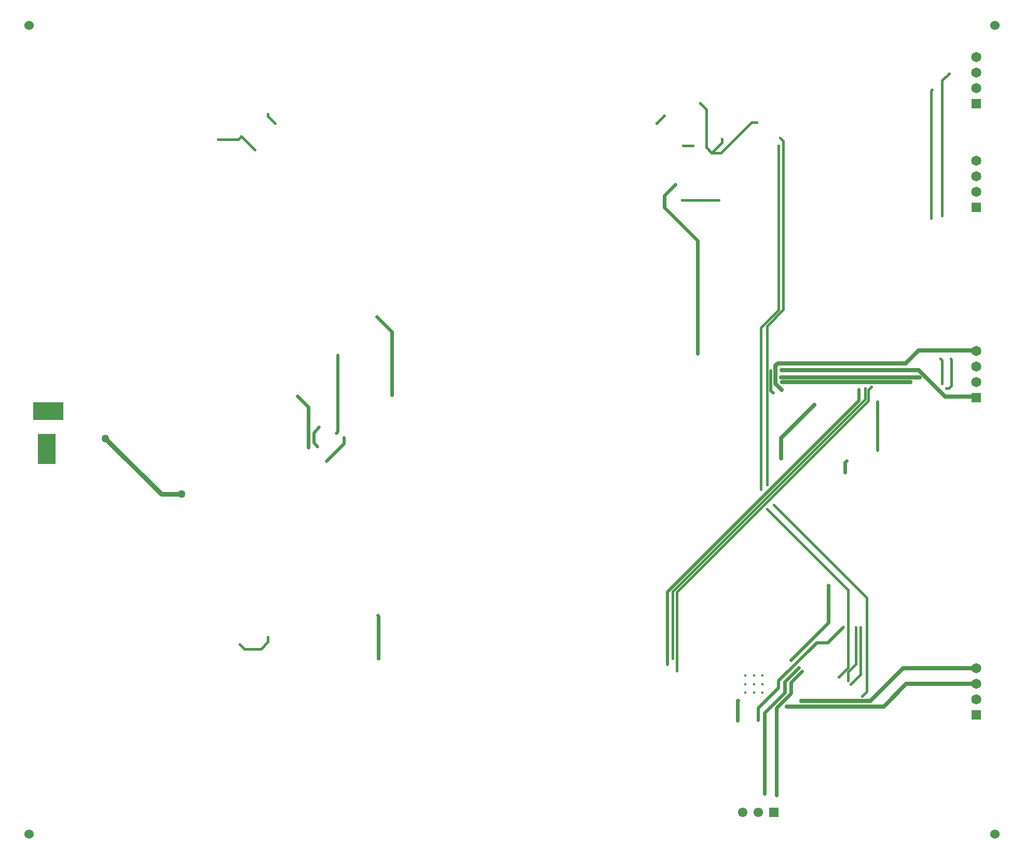
<source format=gbl>
G04*
G04 #@! TF.GenerationSoftware,Altium Limited,Altium Designer,24.9.1 (31)*
G04*
G04 Layer_Physical_Order=2*
G04 Layer_Color=16711680*
%FSLAX25Y25*%
%MOIN*%
G70*
G04*
G04 #@! TF.SameCoordinates,8287A4C5-CB0D-4E90-9DB4-BFF006B876B5*
G04*
G04*
G04 #@! TF.FilePolarity,Positive*
G04*
G01*
G75*
%ADD100C,0.06102*%
%ADD101R,0.06102X0.06102*%
%ADD104C,0.03000*%
%ADD107C,0.02000*%
%ADD108C,0.02300*%
%ADD109C,0.01500*%
%ADD110C,0.02500*%
%ADD112C,0.01900*%
%ADD114C,0.06000*%
%ADD115R,0.06496X0.06496*%
%ADD116C,0.06496*%
%ADD117R,0.19685X0.11811*%
%ADD118R,0.11811X0.19685*%
%ADD119C,0.05000*%
%ADD120C,0.01500*%
D100*
X553000Y71500D02*
D03*
X563000D02*
D03*
D101*
X573000D02*
D03*
D104*
X143661Y311839D02*
X179500Y276000D01*
X192500D01*
D107*
X571000Y342500D02*
Y355500D01*
Y342500D02*
X572500Y341000D01*
X660325Y348175D02*
X660500Y348000D01*
X702500Y368500D02*
X703000Y368000D01*
X702191Y338809D02*
X703000Y338000D01*
D108*
X549500Y130500D02*
Y143220D01*
X549780Y143500D01*
X318500Y198000D02*
X319000Y197500D01*
Y170500D02*
Y197500D01*
X608000Y193500D02*
Y217500D01*
X584000Y169500D02*
X608000Y193500D01*
X580000Y155500D02*
X589000Y164500D01*
X580000Y148500D02*
Y155500D01*
X567000Y135500D02*
X580000Y148500D01*
X567000Y83500D02*
Y135500D01*
X584000Y148000D02*
Y155000D01*
X591000Y162000D01*
X574500Y138500D02*
X584000Y148000D01*
X574500Y82500D02*
Y138500D01*
X618500Y290000D02*
Y296500D01*
X619500Y297500D01*
X502500Y460500D02*
Y468000D01*
X509500Y475000D01*
X502500Y460500D02*
X523890Y439110D01*
Y366390D02*
Y439110D01*
X327500Y339617D02*
Y380500D01*
X318000Y390000D02*
X327500Y380500D01*
X274000Y306000D02*
Y332000D01*
X267000Y339000D02*
X274000Y332000D01*
D109*
X233000Y176500D02*
X243500D01*
X230000Y179500D02*
X233000Y176500D01*
X243500D02*
X248000Y181000D01*
Y184000D01*
X620500Y164500D02*
Y214500D01*
X568500Y266500D02*
X620500Y214500D01*
X681000Y542000D02*
X685500Y546500D01*
X681000Y455000D02*
Y542000D01*
X674000Y453500D02*
Y535500D01*
X674500Y536000D01*
X687000Y345803D02*
Y362500D01*
X685197Y344000D02*
X687000Y345803D01*
X683500Y344000D02*
X685197D01*
X680000Y363000D02*
X681000Y362000D01*
Y347000D02*
Y362000D01*
X686500Y363000D02*
X687000Y362500D01*
X622250Y153750D02*
X628500Y160000D01*
Y190500D01*
X625500Y166672D02*
Y190500D01*
X620553Y161724D02*
X625500Y166672D01*
X620553Y156053D02*
Y161724D01*
X632500Y149000D02*
Y209499D01*
X629500Y146000D02*
X632500Y149000D01*
X572841Y269158D02*
X632500Y209499D01*
X614500Y158500D02*
X620500Y164500D01*
X568500Y282000D02*
Y384172D01*
X631500Y337000D02*
Y344000D01*
X508000Y170500D02*
Y213500D01*
X631500Y337000D01*
X564500Y383000D02*
X576000Y394500D01*
X564500Y279000D02*
Y383000D01*
X568500Y384172D02*
X579000Y394672D01*
Y503000D01*
X577000Y505000D02*
X579000Y503000D01*
X576000Y394500D02*
Y500000D01*
X633500Y343000D02*
X635500Y345000D01*
X633500Y336000D02*
Y343000D01*
X510500Y213000D02*
X633500Y336000D01*
X510500Y162500D02*
Y213000D01*
X514000Y465000D02*
X537500D01*
X529500Y499000D02*
X533000Y495500D01*
X525500Y527500D02*
X529500Y523500D01*
Y499000D02*
Y523500D01*
X558500Y515000D02*
X562000D01*
X539000Y495500D02*
X558500Y515000D01*
X533000Y495500D02*
X539000D01*
X533000D02*
X539500Y502000D01*
Y504500D01*
X514500Y500000D02*
X521000D01*
X497500Y514500D02*
X502500Y519500D01*
X231000Y506000D02*
X239500Y497500D01*
X248000Y519000D02*
Y520500D01*
Y519000D02*
X252500Y514500D01*
X229000Y504000D02*
X231000Y506000D01*
X216000Y504000D02*
X229000D01*
D110*
X577500Y312000D02*
X599000Y333500D01*
X577500Y299000D02*
Y312000D01*
X658000Y154000D02*
X703000D01*
X656000Y164000D02*
X703000D01*
X581186Y139500D02*
X643500D01*
X590500Y143000D02*
X635000D01*
X656000Y164000D01*
X574000Y358536D02*
X575464Y360000D01*
X577911Y355823D02*
X665986D01*
X575464Y360000D02*
X657500D01*
X574000Y347013D02*
Y358536D01*
X578086Y348000D02*
X660500D01*
X577500Y351000D02*
X666500D01*
X643500Y139500D02*
X658000Y154000D01*
X665986Y355823D02*
X683000Y338809D01*
X657500Y360000D02*
X666000Y368500D01*
X702500D01*
X683000Y338809D02*
X702191D01*
X574000Y347013D02*
X578000Y343013D01*
D112*
X277500Y315500D02*
X281000Y319000D01*
X277500Y309000D02*
Y315500D01*
Y309000D02*
X280000Y306500D01*
X504500Y166500D02*
Y213111D01*
X627500Y336111D01*
Y343500D01*
X600500Y180500D02*
X607500D01*
X617500Y190500D01*
X576000Y156000D02*
X600500Y180500D01*
X576000Y151500D02*
Y156000D01*
X639500Y304000D02*
Y335500D01*
X563000Y138500D02*
X576000Y151500D01*
X563000Y130500D02*
Y138500D01*
X292000Y315000D02*
X293000Y316000D01*
Y365500D01*
X285500Y297000D02*
X297000Y308500D01*
Y312500D01*
D114*
X715000Y57500D02*
D03*
X94500D02*
D03*
X715000Y577500D02*
D03*
X94500D02*
D03*
D115*
X703000Y460500D02*
D03*
Y527000D02*
D03*
Y134000D02*
D03*
X703000Y338000D02*
D03*
D116*
X703000Y470500D02*
D03*
Y480500D02*
D03*
Y490500D02*
D03*
Y537000D02*
D03*
Y547000D02*
D03*
Y557000D02*
D03*
Y164000D02*
D03*
Y154000D02*
D03*
Y144000D02*
D03*
X703000Y348000D02*
D03*
Y358000D02*
D03*
Y368000D02*
D03*
D117*
X107000Y329500D02*
D03*
D118*
X106000Y305000D02*
D03*
D119*
X192500Y276000D02*
D03*
X143661Y311839D02*
D03*
D120*
X549780Y143500D02*
D03*
X549500Y130500D02*
D03*
X554583Y159327D02*
D03*
X565606D02*
D03*
X560094Y153815D02*
D03*
Y148303D02*
D03*
Y159327D02*
D03*
X554583Y148303D02*
D03*
X565500D02*
D03*
X554583Y153815D02*
D03*
X565606D02*
D03*
X318500Y198000D02*
D03*
X319000Y170500D02*
D03*
X230000Y179500D02*
D03*
X248000Y184000D02*
D03*
X577500Y299000D02*
D03*
X599000Y333500D02*
D03*
X572500Y341000D02*
D03*
X571000Y355500D02*
D03*
X281000Y319000D02*
D03*
X674500Y536000D02*
D03*
X685500Y546500D02*
D03*
X681000Y455000D02*
D03*
X674000Y453500D02*
D03*
X686500Y363000D02*
D03*
X680000D02*
D03*
X683500Y344000D02*
D03*
X681000Y347000D02*
D03*
X625500Y190500D02*
D03*
X628500D02*
D03*
X629500Y146000D02*
D03*
X620553Y156053D02*
D03*
X622250Y153750D02*
D03*
X608000Y217500D02*
D03*
X584000Y169500D02*
D03*
X581186Y139500D02*
D03*
X590500Y143000D02*
D03*
X504500Y166500D02*
D03*
X568500Y282000D02*
D03*
X627500Y343500D02*
D03*
X617500Y190500D02*
D03*
X589000Y164500D02*
D03*
X639500Y304000D02*
D03*
Y335500D02*
D03*
X563000Y130500D02*
D03*
X591000Y162000D02*
D03*
X572841Y269158D02*
D03*
X614500Y158500D02*
D03*
X568500Y266500D02*
D03*
X564500Y279000D02*
D03*
X577911Y355823D02*
D03*
X577500Y351000D02*
D03*
X577911Y348175D02*
D03*
X576000Y500000D02*
D03*
X577000Y505000D02*
D03*
X510500Y162500D02*
D03*
X508000Y170500D02*
D03*
X618500Y290000D02*
D03*
X635500Y345000D02*
D03*
X631500Y344000D02*
D03*
X619500Y297500D02*
D03*
X509500Y475000D02*
D03*
X523890Y366390D02*
D03*
X574500Y82500D02*
D03*
X567000Y83500D02*
D03*
X666500Y351000D02*
D03*
X660500Y348000D02*
D03*
X578000Y343013D02*
D03*
X327500Y339617D02*
D03*
X318000Y390000D02*
D03*
X267000Y339000D02*
D03*
X274000Y306000D02*
D03*
X292000Y315000D02*
D03*
X297000Y312500D02*
D03*
X285500Y297000D02*
D03*
X280000Y306500D02*
D03*
X293000Y365500D02*
D03*
X537500Y465000D02*
D03*
X514000D02*
D03*
X533000Y495500D02*
D03*
X539500Y504500D02*
D03*
X525500Y527500D02*
D03*
X562000Y515000D02*
D03*
X514500Y500000D02*
D03*
X521000D02*
D03*
X502500Y519500D02*
D03*
X497500Y514500D02*
D03*
X239500Y497500D02*
D03*
X248000Y520500D02*
D03*
X252500Y514500D02*
D03*
X231000Y506000D02*
D03*
X216000Y504000D02*
D03*
M02*

</source>
